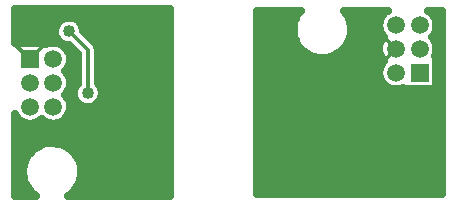
<source format=gbl>
G04 DipTrace Beta 2.9.0.1*
G04 Bottom.gbr*
%MOIN*%
G04 #@! TF.FileFunction,Copper,L2,Bot*
G04 #@! TF.Part,Single*
G04 #@! TA.AperFunction,CopperBalancing*
%ADD14C,0.012992*%
%ADD15C,0.025*%
G04 #@! TA.AperFunction,ComponentPad*
%ADD20R,0.059055X0.059055*%
%ADD21C,0.059055*%
G04 #@! TA.AperFunction,ViaPad*
%ADD23C,0.04*%
%FSLAX26Y26*%
G04*
G70*
G90*
G75*
G01*
G04 Bottom*
%LPD*%
X1031567Y456507D2*
D14*
X1019066D1*
X925306Y856549D2*
X944058D1*
X569018Y975311D2*
X553391Y990938D1*
X575269Y1012815D1*
X1775293Y712783D2*
X1800398D1*
X1787896Y525264D2*
X1794147Y531514D1*
X1397709Y456507D2*
X1425358D1*
X1462862Y800293D2*
Y812794D1*
X794042Y775290D2*
Y919055D1*
X731535Y981562D1*
D23*
X1031567Y456507D3*
X925306Y856549D3*
X569018Y975311D3*
X1775293Y712783D3*
X1787896Y525264D3*
X1397709Y456507D3*
X1462862Y800293D3*
X794042Y775290D3*
X731535Y981562D3*
D3*
X552765Y1031702D2*
D15*
X1066710D1*
X552765Y1006833D2*
X690148D1*
X772882D2*
X1066710D1*
X552765Y981965D2*
X682726D1*
X780694D2*
X1066710D1*
X552765Y957096D2*
X689366D1*
X805304D2*
X1066710D1*
X715461Y932227D2*
X731777D1*
X826789D2*
X1066710D1*
X733820Y907358D2*
X756554D1*
X829522D2*
X1066710D1*
X737336Y882490D2*
X758508D1*
X829522D2*
X1066710D1*
X728741Y857621D2*
X758508D1*
X829522D2*
X1066710D1*
X732257Y832752D2*
X758508D1*
X829522D2*
X1066710D1*
X737336Y807883D2*
X758508D1*
X829522D2*
X1066710D1*
X731085Y783014D2*
X745394D1*
X842413D2*
X1066710D1*
X730304Y758146D2*
X748350D1*
X839680D2*
X1066710D1*
X737336Y733277D2*
X771789D1*
X816633D2*
X1066710D1*
X733038Y708408D2*
X1066710D1*
X552765Y683539D2*
X567101D1*
X633429D2*
X645650D1*
X712336D2*
X1066710D1*
X552765Y658671D2*
X1066710D1*
X552765Y633802D2*
X1066710D1*
X552765Y608933D2*
X662413D1*
X688480D2*
X1066710D1*
X552765Y584064D2*
X607336D1*
X743194D2*
X1066710D1*
X552765Y559196D2*
X587804D1*
X762726D2*
X1066710D1*
X552765Y534327D2*
X578429D1*
X772101D2*
X1066710D1*
X552765Y509458D2*
X576085D1*
X774445D2*
X1066710D1*
X552765Y484589D2*
X580382D1*
X770148D2*
X1066710D1*
X552765Y459720D2*
X591710D1*
X758820D2*
X1066710D1*
X552765Y434852D2*
X615538D1*
X734992D2*
X1066710D1*
X550260Y943829D2*
X656299D1*
Y939064D1*
X665134Y942084D1*
X677488Y943808D1*
X689919Y942757D1*
X701807Y938983D1*
X712567Y932671D1*
X721663Y924134D1*
X728644Y913797D1*
X733165Y902171D1*
X735039Y887802D1*
X733651Y875406D1*
X729554Y863623D1*
X722951Y853039D1*
X718836Y848886D1*
X728644Y835056D1*
X733165Y823430D1*
X735039Y809062D1*
X733651Y796665D1*
X729554Y784883D1*
X722951Y774299D1*
X718836Y770146D1*
X728644Y756316D1*
X733165Y744690D1*
X735039Y730322D1*
X733651Y717925D1*
X729554Y706143D1*
X722951Y695559D1*
X714171Y686699D1*
X703647Y680001D1*
X691903Y675797D1*
X679520Y674297D1*
X667112Y675572D1*
X655293Y679563D1*
X644650Y686068D1*
X639900Y690690D1*
X635430Y686699D1*
X624907Y680001D1*
X613163Y675797D1*
X600780Y674297D1*
X588371Y675572D1*
X576552Y679563D1*
X565909Y686068D1*
X556970Y694769D1*
X550388Y704904D1*
X550265Y431503D1*
X622530D1*
X608993Y442287D1*
X600466Y451416D1*
X593185Y461566D1*
X587273Y472570D1*
X582828Y484243D1*
X579924Y496392D1*
X578610Y508815D1*
X578907Y521302D1*
X580811Y533648D1*
X584289Y545644D1*
X589283Y557094D1*
X595713Y567804D1*
X603467Y577597D1*
X612419Y586308D1*
X622419Y593795D1*
X633299Y599930D1*
X644879Y604613D1*
X656967Y607764D1*
X669360Y609331D1*
X681850Y609289D1*
X694232Y607638D1*
X706298Y604406D1*
X717846Y599644D1*
X728686Y593437D1*
X738635Y585883D1*
X747528Y577112D1*
X755217Y567266D1*
X761572Y556513D1*
X766490Y545030D1*
X769887Y533010D1*
X772029Y512762D1*
X771223Y500297D1*
X768818Y488039D1*
X764853Y476194D1*
X759395Y464958D1*
X752534Y454520D1*
X744387Y445051D1*
X735087Y436713D1*
X727686Y431630D1*
X1069072Y431503D1*
Y1056571D1*
X550265D1*
Y943680D1*
X761046Y807711D2*
Y905369D1*
X731211Y935222D1*
X717310Y937291D1*
X706063Y942660D1*
X696646Y950822D1*
X689734Y961193D1*
X685825Y973026D1*
X685201Y985472D1*
X687903Y997639D1*
X693740Y1008650D1*
X702291Y1017715D1*
X712944Y1024184D1*
X724932Y1027591D1*
X737394Y1027692D1*
X749434Y1024479D1*
X760190Y1018184D1*
X768887Y1009257D1*
X774902Y998343D1*
X778028Y981707D1*
X817374Y942387D1*
X824348Y932104D1*
X827038Y919055D1*
Y807727D1*
X831394Y802986D1*
X837408Y792071D1*
X840308Y779950D1*
X840542Y775290D1*
X838871Y762940D1*
X833982Y751478D1*
X826223Y741724D1*
X816152Y734383D1*
X804493Y729980D1*
X792084Y728831D1*
X779816Y731020D1*
X768570Y736388D1*
X759152Y744550D1*
X752240Y754921D1*
X748332Y766755D1*
X747707Y779201D1*
X750409Y791367D1*
X756247Y802378D1*
X761324Y807761D1*
X731517Y935282D2*
X717310Y937291D1*
X706063Y942660D1*
X696646Y950822D1*
X689734Y961193D1*
X685825Y973026D1*
X685201Y985472D1*
X687903Y997639D1*
X693740Y1008650D1*
X702291Y1017715D1*
X712944Y1024184D1*
X724932Y1027591D1*
X737394Y1027692D1*
X749434Y1024479D1*
X760190Y1018184D1*
X768887Y1009257D1*
X774902Y998343D1*
X778028Y981707D1*
X544278Y943795D2*
D14*
X600272Y887802D1*
X656265Y943795D2*
X600272Y887802D1*
X1359100Y1025451D2*
D15*
X1485155D1*
X1665545D2*
X1768357D1*
X1953436D2*
X1973045D1*
X1359100Y1000583D2*
X1478123D1*
X1672576D2*
X1763280D1*
X1958904D2*
X1973045D1*
X1359100Y975714D2*
X1478123D1*
X1672576D2*
X1769529D1*
X1952655D2*
X1973045D1*
X1359100Y950845D2*
X1484764D1*
X1665936D2*
X1770701D1*
X1951483D2*
X1973045D1*
X1359100Y925976D2*
X1499999D1*
X1650701D2*
X1763280D1*
X1958904D2*
X1973045D1*
X1359100Y901108D2*
X1532811D1*
X1617888D2*
X1767576D1*
X1954608D2*
X1973045D1*
X1359100Y876239D2*
X1773436D1*
X1958904D2*
X1973045D1*
X1359100Y851370D2*
X1763671D1*
X1958904D2*
X1973045D1*
X1359100Y826501D2*
X1766014D1*
X1958904D2*
X1973045D1*
X1359100Y801633D2*
X1782420D1*
X1958904D2*
X1973045D1*
X1359100Y776764D2*
X1973045D1*
X1359100Y751895D2*
X1973045D1*
X1359100Y727026D2*
X1973045D1*
X1359100Y702157D2*
X1973045D1*
X1359100Y677289D2*
X1973045D1*
X1359100Y652420D2*
X1973045D1*
X1359100Y627551D2*
X1973045D1*
X1359100Y602682D2*
X1973045D1*
X1359100Y577814D2*
X1973045D1*
X1359100Y552945D2*
X1973045D1*
X1359100Y528076D2*
X1973045D1*
X1359100Y503207D2*
X1973045D1*
X1359100Y478339D2*
X1973045D1*
X1359100Y453470D2*
X1973045D1*
X1951538Y900075D2*
X1956436D1*
Y788020D1*
X1844381D1*
Y793098D1*
X1834559Y789522D1*
X1822176Y788022D1*
X1809768Y789298D1*
X1797949Y793289D1*
X1787306Y799794D1*
X1778366Y808495D1*
X1771572Y818957D1*
X1767262Y830663D1*
X1765650Y843031D1*
X1766814Y855451D1*
X1770696Y867306D1*
X1777105Y878007D1*
X1781707Y883517D1*
X1774008Y893332D1*
X1768672Y904606D1*
X1765963Y916783D1*
X1766016Y929257D1*
X1768825Y941411D1*
X1774256Y952640D1*
X1781766Y962109D1*
X1771572Y976437D1*
X1767262Y988143D1*
X1765650Y1000512D1*
X1766814Y1012932D1*
X1770696Y1024786D1*
X1777105Y1035487D1*
X1785724Y1044505D1*
X1794499Y1050318D1*
X1647682Y1050320D1*
X1658059Y1035597D1*
X1663589Y1024396D1*
X1667609Y1012571D1*
X1670051Y1000320D1*
X1670874Y987812D1*
X1670058Y975348D1*
X1667621Y963097D1*
X1663605Y951269D1*
X1658081Y940066D1*
X1651142Y929680D1*
X1642907Y920287D1*
X1633516Y912051D1*
X1623130Y905110D1*
X1611928Y899585D1*
X1600100Y895568D1*
X1587849Y893131D1*
X1575385Y892312D1*
X1562921Y893127D1*
X1550669Y895563D1*
X1538840Y899576D1*
X1527636Y905100D1*
X1517249Y912038D1*
X1507857Y920272D1*
X1499619Y929661D1*
X1492677Y940046D1*
X1487151Y951248D1*
X1483134Y963076D1*
X1480694Y975325D1*
X1479874Y987790D1*
X1480688Y1000255D1*
X1483122Y1012507D1*
X1487134Y1024336D1*
X1492656Y1035539D1*
X1503451Y1050331D1*
X1356600Y1050320D1*
Y437753D1*
X1975417D1*
Y1050320D1*
X1928152D1*
X1933963Y1046396D1*
X1943059Y1037860D1*
X1950041Y1027522D1*
X1954562Y1015896D1*
X1956436Y1001528D1*
X1955047Y989131D1*
X1950950Y977349D1*
X1944348Y966765D1*
X1940232Y962612D1*
X1950041Y948782D1*
X1954562Y937156D1*
X1956436Y922787D1*
X1955047Y910391D1*
X1951335Y899714D1*
X1782085Y962370D2*
D14*
X1821668Y922787D1*
X1782085Y883205D1*
D20*
X600272Y887802D3*
D21*
Y809062D3*
Y730322D3*
X679012D3*
Y809062D3*
Y887802D3*
D20*
X1900408Y844047D3*
D21*
Y922787D3*
Y1001528D3*
X1821668D3*
Y922787D3*
Y844047D3*
M02*

</source>
